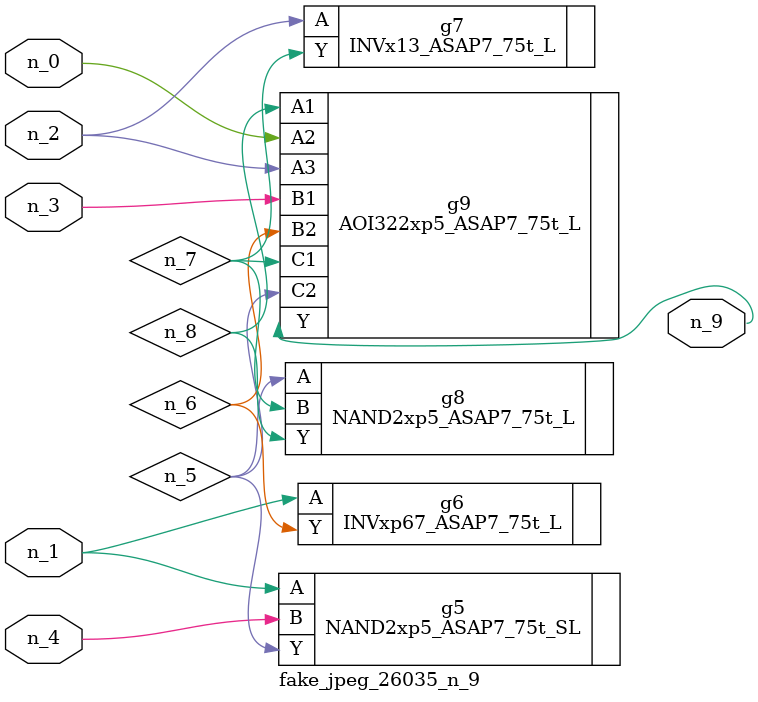
<source format=v>
module fake_jpeg_26035_n_9 (n_3, n_2, n_1, n_0, n_4, n_9);

input n_3;
input n_2;
input n_1;
input n_0;
input n_4;

output n_9;

wire n_8;
wire n_6;
wire n_5;
wire n_7;

NAND2xp5_ASAP7_75t_SL g5 ( 
.A(n_1),
.B(n_4),
.Y(n_5)
);

INVxp67_ASAP7_75t_L g6 ( 
.A(n_1),
.Y(n_6)
);

INVx13_ASAP7_75t_L g7 ( 
.A(n_2),
.Y(n_7)
);

NAND2xp5_ASAP7_75t_L g8 ( 
.A(n_5),
.B(n_7),
.Y(n_8)
);

AOI322xp5_ASAP7_75t_L g9 ( 
.A1(n_8),
.A2(n_0),
.A3(n_2),
.B1(n_3),
.B2(n_6),
.C1(n_7),
.C2(n_5),
.Y(n_9)
);


endmodule
</source>
